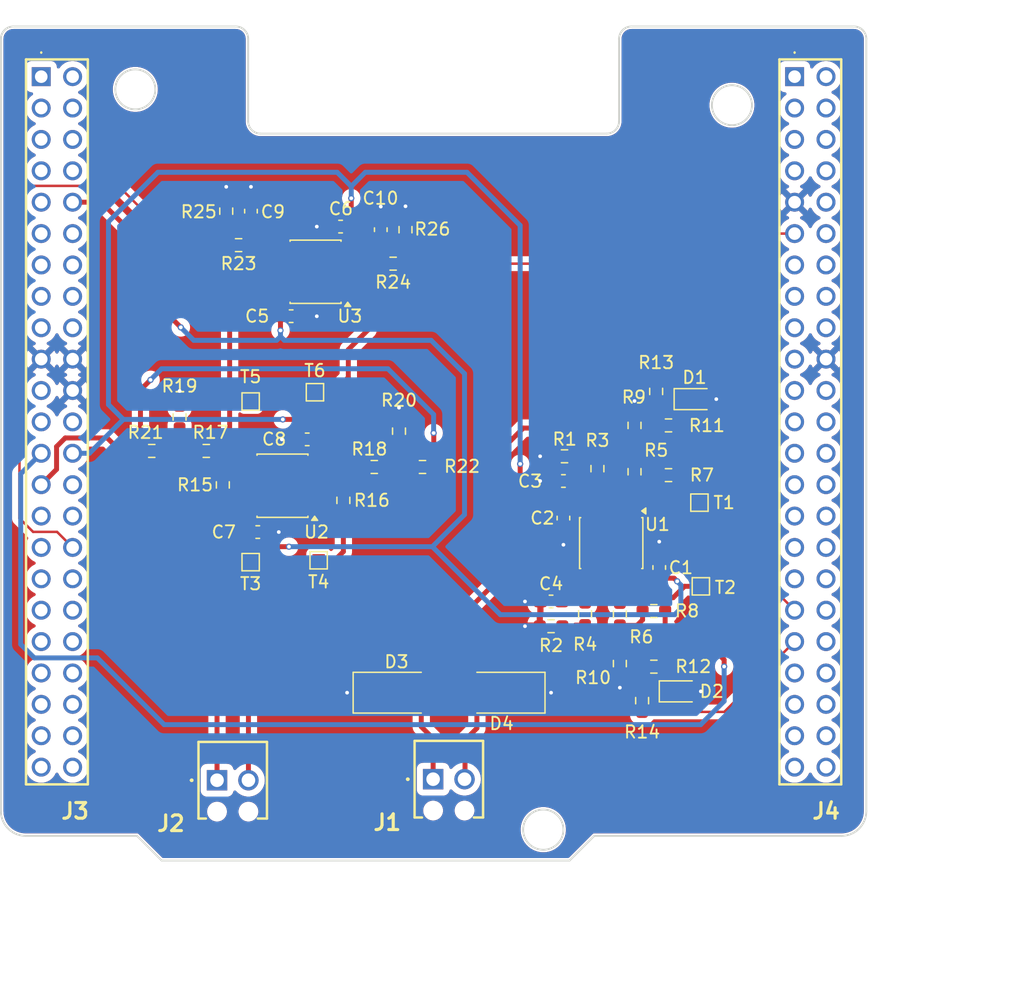
<source format=kicad_pcb>
(kicad_pcb (version 20241229) (generator "pcbnew") (generator_version "9.0")
  (title_block (rev "${REVISION}") (company "Author:") (comment 1 "Reviewer:"))
  (layers (0 "F.Cu" signal) (4 "In1.Cu" signal) (6 "In2.Cu" signal) (2 "B.Cu" signal) (13 "F.Paste" user) (15 "B.Paste" user) (5 "F.SilkS" user "F.Silkscreen") (7 "B.SilkS" user "B.Silkscreen") (1 "F.Mask" user) (3 "B.Mask" user) (25 "Edge.Cuts" user))
  (property "REVISION" "1.0")
  (net 0 "")
  (net 31 "+15V")
  (net 32 "GND")
  (net 33 "-15V")
  (net 34 "/analog_input/OP_AI0_IN")
  (net 35 "/analog_input/OP_AI1_IN")
  (net 36 "/analog_output/OP_AO0_IN")
  (net 37 "/analog_output/OP_AO1_IN")
  (net 38 "/analog_input/AI0_R1k")
  (net 39 "/analog_input/AI1_R1k")
  (net 40 "ANALOG_IN0")
  (net 41 "ANALOG_IN1")
  (net 42 "ANALOG_OUT0")
  (net 43 "ANALOG_OUT1")
  (net 44 "/analog_input/OP_AI0_OUT")
  (net 45 "/analog_input/OP_AI1_OUT")
  (net 46 "+3V3")
  (net 49 "/analog_output/OP_AO0-")
  (net 50 "/analog_output/OP_AO1-")
  (net 51 "/analog_output/OP_AO_Rs")
  (net 52 "/analog_output/OP_A1_Rs")
  (net 53 "+5V")
  (net 56 "/analog_output/OP_AO0_OUT")
  (net 57 "/analog_output/OP_AO1_OUT")
  (net 65 "AO_0")
  (net 68 "AO_1")
  (net 82 "AI_1")
  (net 88 "AI_0")
  (footprint "Resistor_SMD:R_0603_1608Metric_Pad0.98x0.95mm_HandSolder" (layer "F.Cu") (at 167.865 103.05875 -90)
    (property "Reference" "R14")
    (property "Value" "1k")
  )
  (footprint "Resistor_SMD:R_0603_1608Metric_Pad0.98x0.95mm_HandSolder" (layer "F.Cu") (at 134.225 63.445 -90)
    (property "Reference" "R25")
    (property "Value" "100k")
  )
  (footprint "Package_SO:SOIC-8_3.9x4.9mm_P1.27mm" (layer "F.Cu") (at 141.45 68.35 180)
    (property "Reference" "U3")
    (property "Value" "LM358")
  )
  (footprint "Resistor_SMD:R_0603_1608Metric_Pad0.98x0.95mm_HandSolder" (layer "F.Cu") (at 128.2 82.85 180)
    (property "Reference" "R21")
    (property "Value" "15k4")
  )
  (footprint "TestPoint:TestPoint_Pad_1.0x1.0mm" (layer "F.Cu") (at 141.7 91.7 180)
    (property "Reference" "T4")
    (property "Value" "AO1_OUT")
  )
  (footprint "Package_SO:SOIC-8_3.9x4.9mm_P1.27mm" (layer "F.Cu") (at 165.365 90.30875 -90)
    (property "Reference" "U1")
    (property "Value" "LM358")
  )
  (footprint "Capacitor_SMD:C_0603_1608Metric_Pad1.08x0.95mm_HandSolder" (layer "F.Cu") (at 143.475 64.695 180)
    (property "Reference" "C6")
    (property "Value" "100n")
  )
  (footprint "Capacitor_SMD:C_0603_1608Metric_Pad1.08x0.95mm_HandSolder" (layer "F.Cu") (at 140.775 81.915 180)
    (property "Reference" "C8")
    (property "Value" "100n")
  )
  (footprint "Resistor_SMD:R_0603_1608Metric_Pad0.98x0.95mm_HandSolder" (layer "F.Cu") (at 167.25 84.53375 90)
    (property "Reference" "R5")
    (property "Value" "20k3")
  )
  (footprint "Diode_SMD:D_SMA" (layer "F.Cu") (at 156.5 102.415 180)
    (property "Reference" "D4")
    (property "Value" "SMAJ15CA")
  )
  (footprint "TestPoint:TestPoint_Pad_1.0x1.0mm" (layer "F.Cu") (at 136.2 78.85 180)
    (property "Reference" "T5")
    (property "Value" "AO0_BUFF")
  )
  (footprint "Resistor_SMD:R_0603_1608Metric_Pad0.98x0.95mm_HandSolder" (layer "F.Cu") (at 170 84.80875)
    (property "Reference" "R7")
    (property "Value" "20k3")
  )
  (footprint "Resistor_SMD:R_0603_1608Metric_Pad0.98x0.95mm_HandSolder" (layer "F.Cu") (at 166.065 96.05875 -90)
    (property "Reference" "R6")
    (property "Value" "20k3")
  )
  (footprint "Diode_SMD:D_SOD-323" (layer "F.Cu") (at 170.865 102.30875)
    (property "Reference" "D2")
    (property "Value" "BZX384C3V6")
  )
  (footprint "Resistor_SMD:R_0603_1608Metric_Pad0.98x0.95mm_HandSolder" (layer "F.Cu") (at 168.815 100.30875)
    (property "Reference" "R12")
    (property "Value" "10k")
  )
  (footprint "TestPoint:TestPoint_Pad_1.0x1.0mm" (layer "F.Cu") (at 172.615 93.80875 -90)
    (property "Reference" "T2")
    (property "Value" "AI1")
  )
  (footprint "Resistor_SMD:R_0603_1608Metric_Pad0.98x0.95mm_HandSolder" (layer "F.Cu") (at 143.7 86.85 90)
    (property "Reference" "R16")
    (property "Value" "33k")
  )
  (footprint "Resistor_SMD:R_0603_1608Metric_Pad0.98x0.95mm_HandSolder" (layer "F.Cu") (at 147.725 67.695 180)
    (property "Reference" "R24")
    (property "Value" "1k")
  )
  (footprint "Resistor_SMD:R_0603_1608Metric_Pad0.98x0.95mm_HandSolder" (layer "F.Cu") (at 170 80.78375)
    (property "Reference" "R11")
    (property "Value" "10k")
  )
  (footprint "Resistor_SMD:R_0603_1608Metric_Pad0.98x0.95mm_HandSolder" (layer "F.Cu") (at 161.5875 83.28375)
    (property "Reference" "R1")
    (property "Value" "100k")
  )
  (footprint "Diode_SMD:D_SMA" (layer "F.Cu") (at 148 102.415)
    (property "Reference" "D3")
    (property "Value" "SMAJ15CA")
  )
  (footprint "Capacitor_SMD:C_0603_1608Metric_Pad1.08x0.95mm_HandSolder" (layer "F.Cu") (at 146.725 64.945 90)
    (property "Reference" "C10")
    (property "Value" "100n")
  )
  (footprint "Capacitor_SMD:C_0603_1608Metric_Pad1.08x0.95mm_HandSolder" (layer "F.Cu") (at 161.5 85.28375 180)
    (property "Reference" "C3")
    (property "Value" "100n")
  )
  (footprint "Capacitor_SMD:C_0603_1608Metric_Pad1.08x0.95mm_HandSolder" (layer "F.Cu") (at 136.775 89.415)
    (property "Reference" "C7")
    (property "Value" "100n")
  )
  (footprint "Resistor_SMD:R_0603_1608Metric_Pad0.98x0.95mm_HandSolder" (layer "F.Cu") (at 164.25 84.28375 -90)
    (property "Reference" "R3")
    (property "Value" "1k")
  )
  (footprint "PLC_STM:PRT12790" (layer "F.Cu") (at 180.2 52.56 -90)
    (property "Reference" "J4")
    (property "Value" "NUCLEO RIGHT" (hide yes))
  )
  (footprint "Diode_SMD:D_SOD-323" (layer "F.Cu") (at 172.065 78.65875)
    (property "Reference" "D1")
    (property "Value" "BZX384C3V6")
  )
  (footprint "Resistor_SMD:R_0603_1608Metric_Pad0.98x0.95mm_HandSolder" (layer "F.Cu") (at 167.25 80.78375 -90)
    (property "Reference" "R9")
    (property "Value" "10k")
  )
  (footprint "Resistor_SMD:R_0603_1608Metric_Pad0.98x0.95mm_HandSolder" (layer "F.Cu") (at 135.225 66.195)
    (property "Reference" "R23")
    (property "Value" "1k")
  )
  (footprint "Capacitor_SMD:C_0603_1608Metric_Pad1.08x0.95mm_HandSolder" (layer "F.Cu") (at 160.5 95.03375 180)
    (property "Reference" "C4")
    (property "Value" "100n")
  )
  (footprint "Package_SO:SOIC-8_3.9x4.9mm_P1.27mm" (layer "F.Cu") (at 138.775 85.665 180)
    (property "Reference" "U2")
    (property "Value" "LM358")
  )
  (footprint "Resistor_SMD:R_0603_1608Metric_Pad0.98x0.95mm_HandSolder" (layer "F.Cu") (at 168.815 95.80875)
    (property "Reference" "R8")
    (property "Value" "20k3")
  )
  (footprint "Resistor_SMD:R_0603_1608Metric_Pad0.98x0.95mm_HandSolder" (layer "F.Cu") (at 163.25 96.03375 90)
    (property "Reference" "R4")
    (property "Value" "1k")
  )
  (footprint "PLC_STM:PRT12790" (layer "F.Cu") (at 119.26 52.56 -90)
    (property "Reference" "J3")
    (property "Value" "NUCLEO LEFT" (hide yes))
  )
  (footprint "Resistor_SMD:R_0603_1608Metric_Pad0.98x0.95mm_HandSolder" (layer "F.Cu") (at 148.725 64.945 -90)
    (property "Reference" "R26")
    (property "Value" "100k")
  )
  (footprint "TestPoint:TestPoint_Pad_1.0x1.0mm" (layer "F.Cu") (at 141.4 78.1 180)
    (property "Reference" "T6")
    (property "Value" "AO1_BUFF")
  )
  (footprint "PLC_STM:1725656" (layer "F.Cu") (at 133.48 109.5)
    (property "Reference" "J2")
    (property "Value" "ANALOG OUTPUTS" (hide yes))
  )
  (footprint "Capacitor_SMD:C_0603_1608Metric_Pad1.08x0.95mm_HandSolder" (layer "F.Cu") (at 161.5 88.28375 -90)
    (property "Reference" "C2")
    (property "Value" "100n")
  )
  (footprint "Resistor_SMD:R_0603_1608Metric_Pad0.98x0.95mm_HandSolder" (layer "F.Cu") (at 148.2 81.25 -90)
    (property "Reference" "R20")
    (property "Value" "10k")
  )
  (footprint "PLC_STM:1725656" (layer "F.Cu") (at 150.96 109.415)
    (property "Reference" "J1")
    (property "Value" "ANALOG INPUTS" (hide yes))
  )
  (footprint "Resistor_SMD:R_0603_1608Metric_Pad0.98x0.95mm_HandSolder" (layer "F.Cu") (at 132.6125 82.85 180)
    (property "Reference" "R17")
    (property "Value" "470R")
  )
  (footprint "TestPoint:TestPoint_Pad_1.0x1.0mm" (layer "F.Cu") (at 136.2 91.85 180)
    (property "Reference" "T3")
    (property "Value" "AO0_OUT")
  )
  (footprint "Capacitor_SMD:C_0603_1608Metric_Pad1.08x0.95mm_HandSolder" (layer "F.Cu") (at 136.225 63.445 90)
    (property "Reference" "C9")
    (property "Value" "100n")
  )
  (footprint "Resistor_SMD:R_0603_1608Metric_Pad0.98x0.95mm_HandSolder" (layer "F.Cu") (at 160.5 97.03375)
    (property "Reference" "R2")
    (property "Value" "100k")
  )
  (footprint "Capacitor_SMD:C_0603_1608Metric_Pad1.08x0.95mm_HandSolder" (layer "F.Cu") (at 139.475 71.945)
    (property "Reference" "C5")
    (property "Value" "100n")
  )
  (footprint "Resistor_SMD:R_0603_1608Metric_Pad0.98x0.95mm_HandSolder" (layer "F.Cu") (at 146.2 84.15)
    (property "Reference" "R18")
    (property "Value" "470R")
  )
  (footprint "Resistor_SMD:R_0603_1608Metric_Pad0.98x0.95mm_HandSolder" (layer "F.Cu") (at 130.45 80.1 -90)
    (property "Reference" "R19")
    (property "Value" "10k")
  )
  (footprint "Resistor_SMD:R_0603_1608Metric_Pad0.98x0.95mm_HandSolder" (layer "F.Cu") (at 133.95 85.6 90)
    (property "Reference" "R15")
    (property "Value" "33k")
  )
  (footprint "Resistor_SMD:R_0603_1608Metric_Pad0.98x0.95mm_HandSolder" (layer "F.Cu") (at 166.065 100.05875 90)
    (property "Reference" "R10")
    (property "Value" "10k")
  )
  (footprint "TestPoint:TestPoint_Pad_1.0x1.0mm" (layer "F.Cu") (at 172.5 87.03375 -90)
    (property "Reference" "T1")
    (property "Value" "AI0")
  )
  (footprint "Resistor_SMD:R_0603_1608Metric_Pad0.98x0.95mm_HandSolder" (layer "F.Cu") (at 169 78.03375 90)
    (property "Reference" "R13")
    (property "Value" "1k")
  )
  (footprint "Resistor_SMD:R_0603_1608Metric_Pad0.98x0.95mm_HandSolder" (layer "F.Cu") (at 150.1 84.15)
    (property "Reference" "R22")
    (property "Value" "15k4")
  )
  (footprint "Capacitor_SMD:C_0603_1608Metric_Pad1.08x0.95mm_HandSolder" (layer "F.Cu") (at 169.25 92.28375 90)
    (property "Reference" "C1")
    (property "Value" "100n")
  )
  (gr_circle (center 159.87 113.5) (end 161.5 113.5) (stroke (width 0.15)) (fill no) (layer "Edge.Cuts"))
  (gr_arc (start 166 49.5) (mid 166.292893 48.792893) (end 167 48.5) (stroke (width 0.15)) (layer "Edge.Cuts"))
  (gr_circle (center 126.87 53.59) (end 128.49 53.59) (stroke (width 0.15)) (fill no) (layer "Edge.Cuts"))
  (gr_line (start 116 112) (end 116 49.5) (stroke (width 0.15)) (layer "Edge.Cuts"))
  (gr_line (start 129 116) (end 162 116) (stroke (width 0.15)) (layer "Edge.Cuts"))
  (gr_line (start 127 114) (end 129 116) (stroke (width 0.15)) (layer "Edge.Cuts"))
  (gr_line (start 166 49.5) (end 166 56.17) (stroke (width 0.15)) (layer "Edge.Cuts"))
  (gr_line (start 164 114) (end 184 114) (stroke (width 0.15)) (layer "Edge.Cuts"))
  (gr_arc (start 135 48.5) (mid 135.707107 48.792893) (end 136 49.5) (stroke (width 0.15)) (layer "Edge.Cuts"))
  (gr_arc (start 118 114) (mid 116.585786 113.414214) (end 116 112) (stroke (width 0.15)) (layer "Edge.Cuts"))
  (gr_line (start 136 49.5) (end 136 56.17) (stroke (width 0.15)) (layer "Edge.Cuts"))
  (gr_line (start 186 112) (end 186 49.5) (stroke (width 0.15)) (layer "Edge.Cuts"))
  (gr_arc (start 185 48.5) (mid 185.707107 48.792893) (end 186 49.5) (stroke (width 0.15)) (layer "Edge.Cuts"))
  (gr_arc (start 166 56.17) (mid 165.707107 56.877107) (end 165 57.17) (stroke (width 0.15)) (layer "Edge.Cuts"))
  (gr_arc (start 186 112) (mid 185.414214 113.414214) (end 184 114) (stroke (width 0.15)) (layer "Edge.Cuts"))
  (gr_line (start 185 48.5) (end 167 48.5) (stroke (width 0.15)) (layer "Edge.Cuts"))
  (gr_line (start 117 48.5) (end 135 48.5) (stroke (width 0.15)) (layer "Edge.Cuts"))
  (gr_line (start 165 57.17) (end 137 57.17) (stroke (width 0.15)) (layer "Edge.Cuts"))
  (gr_line (start 118 114) (end 127 114) (stroke (width 0.15)) (layer "Edge.Cuts"))
  (gr_line (start 162 116) (end 164 114) (stroke (width 0.15)) (layer "Edge.Cuts"))
  (gr_circle (center 175.13 54.87) (end 176.75 54.87) (stroke (width 0.15)) (fill no) (layer "Edge.Cuts"))
  (gr_arc (start 116 49.5) (mid 116.292893 48.792893) (end 117 48.5) (stroke (width 0.15)) (layer "Edge.Cuts"))
  (gr_arc (start 137 57.17) (mid 136.292893 56.877107) (end 136 56.17) (stroke (width 0.15)) (layer "Edge.Cuts"))
  (segment (start 135.08 87.57) (end 134.7 87.95) (width 0.4) (layer "F.Cu") (net 31))
  (segment (start 170.7 93.4) (end 170.44625 93.14625) (width 0.4) (layer "F.Cu") (net 31))
  (segment (start 136.3 87.57) (end 135.08 87.57) (width 0.4) (layer "F.Cu") (net 31))
  (segment (start 167.27 92.78375) (end 167.27 93.83375) (width 0.4) (layer "F.Cu") (net 31))
  (segment (start 167.57 94.13375) (end 168.97 94.13375) (width 0.4) (layer "F.Cu") (net 31))
  (segment (start 137.45 70.55) (end 137.745 70.255) (width 0.4) (layer "F.Cu") (net 31))
  (segment (start 137.745 70.255) (end 138.975 70.255) (width 0.4) (layer "F.Cu") (net 31))
  (segment (start 129.1 71.4) (end 129.1 67.7) (width 0.4) (layer "F.Cu") (net 31))
  (segment (start 135.9125 90.3125) (end 135.9125 89.415) (width 0.4) (layer "F.Cu") (net 31))
  (segment (start 138.6125 73.1) (end 138.6125 71.945) (width 0.4) (layer "F.Cu") (net 31))
  (segment (start 130.55 72.85) (end 129.1 71.4) (width 0.4) (layer "F.Cu") (net 31))
  (segment (start 170.44625 93.14625) (end 169.25 93.14625) (width 0.4) (layer "F.Cu") (net 31))
  (segment (start 137.45 71.65) (end 137.45 70.55) (width 0.4) (layer "F.Cu") (net 31))
  (segment (start 138.6125 71.945) (end 137.745 71.945) (width 0.4) (layer "F.Cu") (net 31))
  (segment (start 139.3 90.6) (end 136.2 90.6) (width 0.4) (layer "F.Cu") (net 31))
  (segment (start 169.25 93.85375) (end 169.25 93.14625) (width 0.4) (layer "F.Cu") (net 31))
  (segment (start 167.27 93.83375) (end 167.57 94.13375) (width 0.4) (layer "F.Cu") (net 31))
  (segment (start 134.7 87.95) (end 134.7 88.95) (width 0.4) (layer "F.Cu") (net 31))
  (segment (start 135.165 89.415) (end 135.9125 89.415) (width 0.4) (layer "F.Cu") (net 31))
  (segment (start 168.97 94.13375) (end 169.25 93.85375) (width 0.4) (layer "F.Cu") (net 31))
  (segment (start 134.7 88.95) (end 135.165 89.415) (width 0.4) (layer "F.Cu") (net 31))
  (segment (start 137.745 71.945) (end 137.45 71.65) (width 0.4) (layer "F.Cu") (net 31))
  (segment (start 124.12 62.72) (end 121.8 62.72) (width 0.4) (layer "F.Cu") (net 31))
  (segment (start 129.1 67.7) (end 124.12 62.72) (width 0.4) (layer "F.Cu") (net 31))
  (segment (start 136.2 90.6) (end 135.9125 90.3125) (width 0.4) (layer "F.Cu") (net 31))
  (via (at 130.55 72.85) (size 0.5) (drill 0.3) (layers "F.Cu" "B.Cu") (net 31))
  (via (at 138.6125 73.1) (size 0.5) (drill 0.3) (layers "F.Cu" "B.Cu") (net 31))
  (via (at 139.3 90.6) (size 0.5) (drill 0.3) (layers "F.Cu" "B.Cu") (net 31))
  (via (at 170.7 93.4) (size 0.5) (drill 0.3) (layers "F.Cu" "B.Cu") (net 31))
  (segment (start 150.8 73.9) (end 138.925 73.9) (width 0.4) (layer "B.Cu") (net 31))
  (segment (start 171 93.7) (end 171 95.6) (width 0.4) (layer "B.Cu") (net 31))
  (segment (start 138.3 73.9) (end 138.6125 73.5875) (width 0.4) (layer "B.Cu") (net 31))
  (segment (start 153.5 88) (end 153.5 76.6) (width 0.4) (layer "B.Cu") (net 31))
  (segment (start 150.9 90.6) (end 139.3 90.6) (width 0.4) (layer "B.Cu") (net 31))
  (segment (start 150.9 90.6) (end 153.5 88) (width 0.4) (layer "B.Cu") (net 31))
  (segment (start 171 95.6) (end 170.5 96.1) (width 0.4) (layer "B.Cu") (net 31))
  (segment (start 153.5 76.6) (end 150.8 73.9) (width 0.4) (layer "B.Cu") (net 31))
  (segment (start 138.6125 73.1) (end 138.6125 73.5875) (width 0.4) (layer "B.Cu") (net 31))
  (segment (start 131.6 73.9) (end 138.3 73.9) (width 0.4) (layer "B.Cu") (net 31))
  (segment (start 170.5 96.1) (end 156.4 96.1) (width 0.4) (layer "B.Cu") (net 31))
  (segment (start 130.55 72.85) (end 131.6 73.9) (width 0.4) (layer "B.Cu") (net 31))
  (segment (start 170.7 93.4) (end 171 93.7) (width 0.4) (layer "B.Cu") (net 31))
  (segment (start 138.925 73.9) (end 138.6125 73.5875) (width 0.4) (layer "B.Cu") (net 31))
  (segment (start 156.4 96.1) (end 150.9 90.6) (width 0.4) (layer "B.Cu") (net 31))
  (segment (start 159.615 83.28375) (end 160.675 83.28375) (width 0.6) (layer "F.Cu") (net 32))
  (segment (start 158.39 95.03375) (end 159.6375 95.03375) (width 0.6) (layer "F.Cu") (net 32))
  (segment (start 148.725 63.05) (end 148.725 64.0325) (width 0.6) (layer "F.Cu") (net 32))
  (segment (start 167.25 78.80875) (end 167.25 79.87125) (width 0.6) (layer "F.Cu") (net 32))
  (segment (start 148.2 79.35) (end 148.2 80.3375) (width 0.6) (layer "F.Cu") (net 32))
  (segment (start 161.5 90.44375) (end 161.5 89.14625) (width 0.6) (layer "F.Cu") (net 32))
  (segment (start 141.55 64.695) (end 142.6125 64.695) (width 0.6) (layer "F.Cu") (net 32))
  (segment (start 136.225 61.475) (end 136.225 62.5825) (width 0.6) (layer "F.Cu") (net 32))
  (segment (start 140.3375 71.945) (end 141.545 71.945) (width 0.6) (layer "F.Cu") (net 32))
  (segment (start 171.915 102.30875) (end 172.615 102.30875) (width 0.4) (layer "F.Cu") (net 32))
  (segment (start 146 102.415) (end 144 102.415) (width 0.8) (layer "F.Cu") (net 32))
  (segment (start 138.475 89.415) (end 137.6375 89.415) (width 0.6) (layer "F.Cu") (net 32))
  (segment (start 141.545 71.945) (end 141.55 71.95) (width 0.6) (layer "F.Cu") (net 32))
  (segment (start 166.065 102.00875) (end 166.065 100.97125) (width 0.6) (layer "F.Cu") (net 32))
  (segment (start 158.5 102.415) (end 160.5 102.415) (width 0.8) (layer "F.Cu") (net 32))
  (segment (start 138.725 81.915) (end 139.9125 81.915) (width 0.6) (layer "F.Cu") (net 32))
  (segment (start 146.725 63.075) (end 146.725 64.0825) (width 0.6) (layer "F.Cu") (net 32))
  (segment (start 159.615 85.28375) (end 160.6375 85.28375) (width 0.6) (layer "F.Cu") (net 32))
  (segment (start 173.865 78.65875) (end 173.115 78.65875) (width 0.4) (layer "F.Cu") (net 32))
  (segment (start 158.39 97.03375) (end 159.5875 97.03375) (width 0.6) (layer "F.Cu") (net 32))
  (segment (start 130.45 78) (end 130.45 79.1875) (width 0.6) (layer "F.Cu") (net 32))
  (segment (start 169.25 90.19375) (end 169.25 91.42125) (width 0.6) (layer "F.Cu") (net 32))
  (segment (start 134.225 61.475) (end 134.225 62.5325) (width 0.6) (layer "F.Cu") (net 32))
  (via (at 159.615 83.28375) (size 0.5) (drill 0.3) (layers "F.Cu" "B.Cu") (net 32))
  (via (at 161.5 90.44375) (size 0.5) (drill 0.3) (layers "F.Cu" "B.Cu") (net 32))
  (via (at 158.39 97.03375) (size 0.5) (drill 0.3) (layers "F.Cu" "B.Cu") (net 32))
  (via (at 148.2 79.35) (size 0.5) (drill 0.3) (layers "F.Cu" "B.Cu") (net 32))
  (via (at 158.39 95.03375) (size 0.5) (drill 0.3) (layers "F.Cu" "B.Cu") (net 32))
  (via (at 141.55 64.695) (size 0.5) (drill 0.3) (layers "F.Cu" "B.Cu") (net 32))
  (via (at 146.725 63.075) (size 0.5) (drill 0.3) (layers "F.Cu" "B.Cu") (net 32))
  (via (at 136.225 61.475) (size 0.5) (drill 0.3) (layers "F.Cu" "B.Cu") (net 32))
  (via (at 173.865 78.65875) (size 0.5) (drill 0.3) (layers "F.Cu" "B.Cu") (net 32))
  (via (at 138.725 81.915) (size 0.5) (drill 0.3) (layers "F.Cu" "B.Cu") (net 32))
  (via (at 141.55 71.95) (size 0.5) (drill 0.3) (layers "F.Cu" "B.Cu") (net 32))
  (via (at 134.225 61.475) (size 0.5) (drill 0.3) (layers "F.Cu" "B.Cu") (net 32))
  (via (at 167.25 78.80875) (size 0.5) (drill 0.3) (layers "F.Cu" "B.Cu") (net 32))
  (via (at 166.065 102.00875) (size 0.5) (drill 0.3) (layers "F.Cu" "B.Cu") (net 32))
  (via (at 138.475 89.415) (size 0.5) (drill 0.3) (layers "F.Cu" "B.Cu") (net 32))
  (via (at 159.615 85.28375) (size 0.5) (drill 0.3) (layers "F.Cu" "B.Cu") (net 32))
  (via (at 144 102.415) (size 0.5) (drill 0.3) (layers "F.Cu" "B.Cu") (net 32))
  (via (at 148.725 63.05) (size 0.5) (drill 0.3) (layers "F.Cu" "B.Cu") (net 32))
  (via (at 172.615 102.30875) (size 0.5) (drill 0.3) (layers "F.Cu" "B.Cu") (net 32))
  (via (at 169.25 90.19375) (size 0.5) (drill 0.3) (layers "F.Cu" "B.Cu") (net 32))
  (via (at 160.5 102.415) (size 0.5) (drill 0.3) (layers "F.Cu" "B.Cu") (net 32))
  (via (at 130.45 78) (size 0.5) (drill 0.3) (layers "F.Cu" "B.Cu") (net 32))
  (segment (start 145.095 64.695) (end 145.45 65.05) (width 0.4) (layer "F.Cu") (net 33))
  (segment (start 161.5 86.70375) (end 161.5 87.42125) (width 0.4) (layer "F.Cu") (net 33))
  (segment (start 145.45 66.05) (end 145.055 66.445) (width 0.4) (layer "F.Cu") (net 33))
  (segment (start 158.5 86.3) (end 158 85.8) (width 0.4) (layer "F.Cu") (net 33))
  (segment (start 145.45 65.05) (end 145.45 66.05) (width 0.4) (layer "F.Cu") (net 33))
  (segment (start 163.46 87.83375) (end 163.46 86.62375) (width 0.4) (layer "F.Cu") (net 33))
  (segment (start 159.62125 87.42125) (end 158.5 86.3) (width 0.4) (layer "F.Cu") (net 33))
  (segment (start 163.17 86.33375) (end 161.87 86.33375) (width 0.4) (layer "F.Cu") (net 33))
  (segment (start 141.6375 80.8375) (end 141.6375 81.915) (width 0.4) (layer "F.Cu") (net 33))
  (segment (start 142.49 83.76) (end 142.8 83.45) (width 0.4) (layer "F.Cu") (net 33))
  (segment (start 141.1 80.3) (end 141.6375 80.8375) (width 0.4) (layer "F.Cu") (net 33))
  (segment (start 142.8 82.15) (end 142.565 81.915) (width 0.4) (layer "F.Cu") (net 33))
  (segment (start 144.3375 62.4) (end 144.3375 64.695) (width 0.4) (layer "F.Cu") (net 33))
  (segment (start 144.3375 64.695) (end 145.095 64.695) (width 0.4) (layer "F.Cu") (net 33))
  (segment (start 138.8 80.3) (end 141.1 80.3) (width 0.4) (layer "F.Cu") (net 33))
  (segment (start 161.5 87.42125) (end 159.62125 87.42125) (width 0.4) (layer "F.Cu") (net 33))
  (segment (start 145.055 66.445) (end 143.925 66.445) (width 0.4) (layer "F.Cu") (net 33))
  (segment (start 161.87 86.33375) (end 161.5 86.70375) (width 0.4) (layer "F.Cu") (net 33))
  (segment (start 142.8 83.45) (end 142.8 82.15) (width 0.4) (layer "F.Cu") (net 33))
  (segment (start 158 85.8) (end 158 83.9) (width 0.4) (layer "F.Cu") (net 33))
  (segment (start 163.46 86.62375) (end 163.17 86.33375) (width 0.4) (layer "F.Cu") (net 33))
  (segment (start 141.25 83.76) (end 142.49 83.76) (width 0.4) (layer "F.Cu") (net 33))
  (segment (start 142.565 81.915) (end 141.6375 81.915) (width 0.4) (layer "F.Cu") (net 33))
  (via (at 138.8 80.3) (size 0.5) (drill 0.3) (layers "F.Cu" "B.Cu") (net 33))
  (via (at 158 83.9) (size 0.5) (drill 0.3) (layers "F.Cu" "B.Cu") (net 33))
  (via (at 144.3375 62.4) (size 0.5) (drill 0.3) (layers "F.Cu" "B.Cu") (net 33))
  (segment (start 153.7 60.3) (end 145.475 60.3) (width 0.4) (layer "B.Cu") (net 33))
  (segment (start 121.8 83.04) (end 123.16 83.04) (width 0.4) (layer "B.Cu") (net 33))
  (segment (start 144.3375 62.4) (end 144.3375 61.4375) (width 0.4) (layer "B.Cu") (net 33))
  (segment (start 124.7 79.1) (end 125.9 80.3) (width 0.4) (layer "B.Cu") (net 33))
  (segment (start 158 83.9) (end 158 64.6) (width 0.4) (layer "B.Cu") (net 33))
  (segment (start 125.9 80.3) (end 138.8 80.3) (width 0.4) (layer "B.Cu") (net 33))
  (segment (start 145.475 60.3) (end 144.3375 61.4375) (width 0.4) (layer "B.Cu") (net 33))
  (segment (start 125.4 80.8) (end 125.9 80.3) (width 0.4) (layer "B.Cu") (net 33))
  (segment (start 144.3375 61.4375) (end 143.2 60.3) (width 0.4) (layer "B.Cu") (net 33))
  (segment (start 123.16 83.04) (end 125.4 80.8) (width 0.4) (layer "B.Cu") (net 33))
  (segment (start 124.7 64.3) (end 124.7 79.1) (width 0.4) (layer "B.Cu") (net 33))
  (segment (start 158 64.6) (end 153.7 60.3) (width 0.4) (layer "B.Cu") (net 33))
  (segment (start 143.2 60.3) (end 128.7 60.3) (width 0.4) (layer "B.Cu") (net 33))
  (segment (start 128.7 60.3) (end 124.7 64.3) (width 0.4) (layer "B.Cu") (net 33))
  (segment (start 164.25 85.19625) (end 164.25 85.94375) (width 0.4) (layer "F.Cu") (net 34))
  (segment (start 164.25 85.19625) (end 163.4275 85.19625) (width 0.4) (layer "F.Cu") (net 34))
  (segment (start 163.34 85.28375) (end 162.3625 85.28375) (width 0.4) (layer "F.Cu") (net 34))
  (segment (start 164.73 86.42375) (end 164.73 87.83375) (width 0.4) (layer "F.Cu") (net 34))
  (segment (start 163.4275 85.19625) (end 163.34 85.28375) (width 0.4) (layer "F.Cu") (net 34))
  (segment (start 164.25 85.94375) (end 164.73 86.42375) (width 0.4) (layer "F.Cu") (net 34))
  (segment (start 162.4275 95.12125) (end 162.34 95.03375) (width 0.4) (layer "F.Cu") (net 35))
  (segment (start 163.25 95.12125) (end 163.25 94.37375) (width 0.4) (layer "F.Cu") (net 35))
  (segment (start 163.25 94.37375) (end 163.46 94.16375) (width 0.4) (layer "F.Cu") (net 35))
  (segment (start 163.46 94.16375) (end 163.46 92.78375) (width 0.4) (layer "F.Cu") (net 35))
  (segment (start 163.25 95.12125) (end 162.4275 95.12125) (width 0.4) (layer "F.Cu") (net 35))
  (segment (start 162.34 95.03375) (end 161.3625 95.03375) (width 0.4) (layer "F.Cu") (net 35))
  (segment (start 138.975 66.445) (end 137.545 66.445) (width 0.4) (layer "F.Cu") (net 36))
  (segment (start 137.295 66.195) (end 136.1375 66.195) (width 0.4) (layer "F.Cu") (net 36))
  (segment (start 136.225 64.3075) (end 136.225 65.175) (width 0.4) (layer "F.Cu") (net 36))
  (segment (start 136.1375 65.2625) (end 136.1375 66.195) (width 0.4) (layer "F.Cu") (net 36))
  (segment (start 136.225 65.175) (end 136.1375 65.2625) (width 0.4) (layer "F.Cu") (net 36))
  (segment (start 137.545 66.445) (end 137.295 66.195) (width 0.4) (layer "F.Cu") (net 36))
  (segment (start 146.7925 67.715) (end 146.8125 67.695) (width 0.4) (layer "F.Cu") (net 37))
  (segment (start 143.925 67.715) (end 146.7925 67.715) (width 0.4) (layer "F.Cu") (net 37))
  (segment (start 146.725 66.625) (end 146.8125 66.7125) (width 0.4) (layer "F.Cu") (net 37))
  (segment (start 146.725 65.8075) (end 146.725 66.625) (width 0.4) (layer "F.Cu") (net 37))
  (segment (start 146.8125 66.7125) (end 146.8125 67.695) (width 0.4) (layer "F.Cu") (net 37))
  (segment (start 167.25 83.62125) (end 167.25 81.69625) (width 0.4) (layer "F.Cu") (net 38))
  (segment (start 169.0875 81.43625) (end 169.0875 80.78375) (width 0.4) (layer "F.Cu") (net 38))
  (segment (start 168.7275 83.62125) (end 169.0875 83.98125) (width 0.4) (layer "F.Cu") (net 38))
  (segment (start 167.25 81.69625) (end 168.8275 81.69625) (width 0.4) (layer "F.Cu") (net 38))
  (segment (start 169 78.94625) (end 169.7775 78.94625) (width 0.4) (layer "F.Cu") (net 38))
  (segment (start 169.0875 83.98125) (end 169.0875 84.80875) (width 0.4) (layer "F.Cu") (net 38))
  (segment (start 167.25 83.62125) (end 168.7275 83.62125) (width 0.4) (layer "F.Cu") (net 38))
  (segment (start 169.0875 79.88125) (end 169.0875 80.78375) (width 0.4) (layer "F.Cu") (net 38))
  (segment (start 169 78.94625) (end 169 79.79375) (width 0.4) (layer "F.Cu") (net 38))
  (segment (start 169 79.79375) (end 169.0875 79.88125) (width 0.4) (layer "F.Cu") (net 38))
  (segment (start 169.7775 78.94625) (end 170.065 78.65875) (width 0.4) (layer "F.Cu") (net 38))
  (segment (start 170.065 78.65875) (end 171.015 78.65875) (width 0.4) (layer "F.Cu") (net 38))
  (segment (start 168.8275 81.69625) (end 169.0875 81.43625) (width 0.4) (layer "F.Cu") (net 38))
  (segment (start 167.9025 100.30875) (end 167.9025 102.10875) (width 0.4) (layer "F.Cu") (net 39))
  (segment (start 168.7025 102.14625) (end 167.865 102.14625) (width 0.4) (layer "F.Cu") (net 39))
  (segment (start 169.815 102.30875) (end 168.865 102.30875) (width 0.4) (layer "F.Cu") (net 39))
  (segment (start 167.4525 96.97125) (end 167.9025 96.52125) (width 0.4) (layer "F.Cu") (net 39))
  (segment (start 167.9025 100.30875) (end 167.9025 99.49625) (width 0.4) (layer "F.Cu") (net 39))
  (segment (start 167.5525 99.14625) (end 167.9025 99.49625) (width 0.4) (layer "F.Cu") (net 39))
  (segment (start 166.065 96.97125) (end 167.4525 96.97125) (width 0.4) (layer "F.Cu") (net 39))
  (segment (start 168.865 102.30875) (end 168.7025 102.14625) (width 0.4) (layer "F.Cu") (net 39))
  (segment (start 166.065 99.14625) (end 167.5525 99.14625) (width 0.4) (layer "F.Cu") (net 39))
  (segment (start 166.065 96.97125) (end 166.065 99.14625) (width 0.4) (layer "F.Cu") (net 39))
  (segment (start 167.9025 102.10875) (end 167.865 102.14625) (width 0.4) (layer "F.Cu") (net 39))
  (segment (start 167.9025 96.52125) (end 167.9025 95.80875) (width 0.4) (layer "F.Cu") (net 39))
  (segment (start 163.3775 83.37125) (end 164.25 83.37125) (width 0.4) (layer "F.Cu") (net 40))
  (segment (start 155.7 93.8) (end 150 99.5) (width 0.4) (layer "F.Cu") (net 40))
  (segment (start 162.5 82.25) (end 161.25 81) (width 0.4) (layer "F.Cu") (net 40))
  (segment (start 162.5 83.28375) (end 163.29 83.28375) (width 0.4) (layer "F.Cu") (net 40))
  (segment (start 162.5 83.28375) (end 162.5 82.25) (width 0.4) (layer "F.Cu") (net 40))
  (segment (start 161.25 81) (end 158.25 81) (width 0.4) (layer "F.Cu") (net 40))
  (segment (start 150 99.5) (end 150 102.415) (width 0.4) (layer "F.Cu") (net 40))
  (segment (start 155.7 83.55) (end 155.7 93.8) (width 0.4) (layer "F.Cu") (net 40))
  (segment (start 158.25 81) (end 155.7 83.55) (width 0.4) (layer "F.Cu") (net 40))
  (segment (start 163.29 83.28375) (end 163.3775 83.37125) (width 0.4) (layer "F.Cu") (net 40))
  (segment (start 150.96 109.415) (end 150.96 106.125) (width 0.4) (layer "F.Cu") (net 40))
  (segment (start 150 105.165) (end 150 102.415) (width 0.4) (layer "F.Cu") (net 40))
  (segment (start 150.96 106.125) (end 150 105.165) (width 0.4) (layer "F.Cu") (net 40))
  (segment (start 161.4125 98.0875) (end 160 99.5) (width 0.4) (layer "F.Cu") (net 41))
  (segment (start 154.5 101.25) (end 154.5 102.415) (width 0.4) (layer "F.Cu") (net 41))
  (segment (start 153.54 106.25) (end 154.5 105.29) (width 0.4) (layer "F.Cu") (net 41))
  (segment (start 156.25 99.5) (end 154.5 101.25) (width 0.4) (layer "F.Cu") (net 41))
  (segment (start 163.25 96.94625) (end 162.4775 96.94625) (width 0.4) (layer "F.Cu") (net 41))
  (segment (start 153.54 109.54) (end 153.54 106.25) (width 0.4) (layer "F.Cu") (net 41))
  (segment (start 154.5 105.29) (end 154.5 102.54) (width 0.4) (layer "F.Cu") (net 41))
  (segment (start 161.4125 97.03375) (end 162.39 97.03375) (width 0.4) (layer "F.Cu") (net 41))
  (segment (start 161.4125 97.03375) (end 161.4125 98.0875) (width 0.4) (layer "F.Cu") (net 41))
  (segment (start 160 99.5) (end 156.25 99.5) (width 0.4) (layer "F.Cu") (net 41))
  (segment (start 162.39 97.03375) (end 162.4775 96.94625) (width 0.4) (layer "F.Cu") (net 41))
  (segment (start 133.48 109.5) (end 133.48 93.32) (width 0.4) (layer "F.Cu") (net 42))
  (segment (start 134.95 91.85) (end 133.9 92.9) (width 0.4) (layer "F.Cu") (net 42))
  (segment (start 134.95 86.3) (end 134.7375 86.5125) (width 0.4) (layer "F.Cu") (net 42))
  (segment (start 134.95 91.85) (end 133.95 90.85) (width 0.4) (layer "F.Cu") (net 42))
  (segment (start 133.95 90.85) (end 133.95 86.5125) (width 0.4) (layer "F.Cu") (net 42))
  (segment (start 134.95 91.85) (end 136.2 91.85) (width 0.4) (layer "F.Cu") (net 42))
  (segment (start 134.7375 86.5125) (end 133.95 86.5125) (width 0.4) (layer "F.Cu") (net 42))
  (segment (start 136.3 86.3) (end 134.95 86.3) (width 0.4) (layer "F.Cu") (net 42))
  (segment (start 133.48 93.32) (end 133.9 92.9) (width 0.4) (layer "F.Cu") (net 42))
  (segment (start 143.7 92.4) (end 143.7 95.5) (width 0.4) (layer "F.Cu") (net 43))
  (segment (start 141.25 87.57) (end 142.52 87.57) (width 0.4) (layer "F.Cu") (net 43))
  (segment (start 143.7 91) (end 143.7 87.7625) (width 0.4) (layer "F.Cu") (net 43))
  (segment (start 142.7125 87.7625) (end 143.7 87.7625) (width 0.4) (layer "F.Cu") (net 43))
  (segment (start 141.7 91.7) (end 143 91.7) (width 0.4) (layer "F.Cu") (net 43))
  (segment (start 143.7 95.5) (end 136.02 103.18) (width 0.4) (layer "F.Cu") (net 43))
  (segment (start 143 91.7) (end 143.7 91) (width 0.4) (layer "F.Cu") (net 43))
  (segment (start 142.52 87.57) (end 142.7125 87.7625) (width 0.4) (layer "F.Cu") (net 43))
  (segment (start 136.02 103.18) (end 136.02 109.5) (width 0.4) (layer "F.Cu") (net 43))
  (segment (start 143 91.7) (end 143.7 92.4) (width 0.4) (layer "F.Cu") (net 43))
  (segment (start 167.25 85.44625) (end 167.9825 85.44625) (width 0.4) (layer "F.Cu") (net 44))
  (segment (start 167.25 86.17375) (end 167.25 85.44625) (width 0.4) (layer "F.Cu") (net 44))
  (segment (start 166 86.82375) (end 166.365 86.45875) (width 0.4) (layer "F.Cu") (net 44))
  (segment (start 167.27 86.76375) (end 167.27 87.83375) (width 0.4) (layer "F.Cu") (net 44))
  (segment (start 166.965 86.45875) (end 167.25 86.17375) (width 0.4) (layer "F.Cu") (net 44))
  (segment (start 167.9825 85.44625) (end 169.57 87.03375) (width 0.4) (layer "F.Cu") (net 44))
  (segment (start 166 87.83375) (end 166 86.82375) (width 0.4) (layer "F.Cu") (net 44))
  (segment (start 169.57 87.03375) (end 172.5 87.03375) (width 0.4) (layer "F.Cu") (net 44))
  (segment (start 166.965 86.45875) (end 167.27 86.76375) (width 0.4) (layer "F.Cu") (net 44))
  (segment (start 166.365 86.45875) (end 166.965 86.45875) (width 0.4) (layer "F.Cu") (net 44))
  (segment (start 164.965 94.15875) (end 165.765 94.15875) (width 0.4) (layer "F.Cu") (net 45))
  (segment (start 164.73 93.92375) (end 164.965 94.15875) (width 0.4) (layer "F.Cu") (net 45))
  (segment (start 164.73 92.78375) (end 164.73 93.92375) (width 0.4) (layer "F.Cu") (net 45))
  (segment (start 170.37 94.73375) (end 171.295 93.80875) (width 0.4) (layer "F.Cu") (net 45))
  (segment (start 166.065 95.14625) (end 166.7575 95.14625) (width 0.4) (layer "F.Cu") (net 45))
  (segment (start 165.765 94.15875) (end 166 93.92375) (width 0.4) (layer "F.Cu") (net 45))
  (segment (start 166.065 94.45875) (end 165.765 94.15875) (width 0.4) (layer "F.Cu") (net 45))
  (segment (start 166.7575 95.14625) (end 167.17 94.73375) (width 0.4) (layer "F.Cu") (net 45))
  (segment (start 166.065 95.14625) (end 166.065 94.45875) (width 0.4) (layer "F.Cu") (net 45))
  (segment (start 166 93.92375) (end 166 92.78375) (width 0.4) (layer "F.Cu") (net 45))
  (segment (start 171.295 93.80875) (end 172.615 93.80875) (width 0.4) (layer "F.Cu") (net 45))
  (segment (start 167.17 94.73375) (end 170.37 94.73375) (width 0.4) (layer "F.Cu") (net 45))
  (segment (start 171.75 82.75) (end 173.75 82.75) (width 0.4) (layer "F.Cu") (net 46))
  (segment (start 175.2 84.2) (end 175.2 95.55) (width 0.4) (layer "F.Cu") (net 46))
  (segment (start 170.9125 84.80875) (end 170.9125 83.5875) (width 0.4) (layer "F.Cu") (net 46))
  (segment (start 170.75 98) (end 169.7275 96.9775) (width 0.4) (layer "F.Cu") (net 46))
  (segment (start 172.75 98) (end 174.5 99.75) (width 0.4) (layer "F.Cu") (net 46))
  (segment (start 169.7275 96.9775) (end 169.7275 95.80875) (width 0.4) (layer "F.Cu") (net 46))
  (segment (start 174.5 99.75) (end 174.5 100.3) (width 0.4) (layer "F.Cu") (net 46))
  (segment (start 170.9125 83.5875) (end 171.75 82.75) (width 0.4) (layer "F.Cu") (net 46))
  (segment (start 169.7275 99.0225) (end 170.75 98) (width 0.4) (layer "F.Cu") (net 46))
  (segment (start 170.9125 80.78375) (end 170.9125 81.9125) (width 0.4) (layer "F.Cu") (net 46))
  (segment (start 173.75 82.75) (end 175.2 84.2) (width 0.4) (layer "F.Cu") (net 46))
  (segment (start 169.7275 100.30875) (end 169.7275 99.0225) (width 0.4) (layer "F.Cu") (net 46))
  (segment (start 170.9125 81.9125) (end 171.75 82.75) (width 0.4) (layer "F.Cu") (net 46))
  (segment (start 175.2 95.55) (end 172.75 98) (width 0.4) (layer "F.Cu") (net 46))
  (segment (start 172.75 98) (end 170.75 98) (width 0.4) (layer "F.Cu") (net 46))
  (via (at 174.5 100.3) (size 0.5) (drill 0.3) (layers "F.Cu" "B.Cu") (net 46))
  (segment (start 174.5 100.3) (end 174.5 103.1) (width 0.4) (layer "B.Cu") (net 46))
  (segment (start 117.6 98.5) (end 117.6 84.7) (width 0.4) (layer "B.Cu") (net 46))
  (segment (start 172.6 105) (end 129.2 105) (width 0.4) (layer "B.Cu") (net 46))
  (segment (start 118.7 99.6) (end 117.6 98.5) (width 0.4) (layer "B.Cu") (net 46))
  (segment (start 129.2 105) (end 123.8 99.6) (width 0.4) (layer "B.Cu") (net 46))
  (segment (start 123.8 99.6) (end 118.7 99.6) (width 0.4) (layer "B.Cu") (net 46))
  (segment (start 117.6 84.7) (end 119.26 83.04) (width 0.4) (layer "B.Cu") (net 46))
  (segment (start 174.5 103.1) (end 172.6 105) (width 0.4) (layer "B.Cu") (net 46))
  (segment (start 133.95 84.1) (end 133.525 83.675) (width 0.4) (layer "F.Cu") (net 49))
  (segment (start 133.525 83.675) (end 133.525 82.85) (width 0.4) (layer "F.Cu") (net 49))
  (segment (start 133.95 84.6875) (end 133.95 84.1) (width 0.4) (layer "F.Cu") (net 49))
  (segment (start 136.3 85.03) (end 135.08 85.03) (width 0.4) (layer "F.Cu") (net 49))
  (segment (start 135.08 85.03) (end 134.7375 84.6875) (width 0.4) (layer "F.Cu") (net 49))
  (segment (start 134.7375 84.6875) (end 133.95 84.6875) (width 0.4) (layer "F.Cu") (net 49))
  (segment (start 145.2875 85.3625) (end 145.2875 84.15) (width 0.4) (layer "F.Cu") (net 50))
  (segment (start 143.7 85.9375) (end 144.7125 85.9375) (width 0.4) (layer "F.Cu") (net 50))
  (segment (start 144.7125 85.9375) (end 145.2875 85.3625) (width 0.4) (layer "F.Cu") (net 50))
  (segment (start 142.8125 85.9375) (end 143.7 85.9375) (width 0.4) (layer "F.Cu") (net 50))
  (segment (start 142.45 86.3) (end 142.8125 85.9375) (width 0.4) (layer "F.Cu") (net 50))
  (segment (start 141.25 86.3) (end 142.45 86.3) (width 0.4) (layer "F.Cu") (net 50))
  (segment (start 130.45 82.3) (end 130.45 81.0125) (width 0.4) (layer "F.Cu") (net 51))
  (segment (start 131 82.85) (end 130.45 82.3) (width 0.4) (layer "F.Cu") (net 51))
  (segment (start 129.1125 82.85) (end 129.9 82.85) (width 0.4) (layer "F.Cu") (net 51))
  (segment (start 131.7 82.85) (end 131 82.85) (width 0.4) (layer "F.Cu") (net 51))
  (segment (start 129.9 82.85) (end 130.45 82.3) (width 0.4) (layer "F.Cu") (net 51))
  (segment (start 147.9 84.15) (end 148.2 83.85) (width 0.4) (layer "F.Cu") (net 52))
  (segment (start 148.5 84.15) (end 148.2 83.85) (width 0.4) (layer "F.Cu") (net 52))
  (segment (start 147.1125 84.15) (end 147.9 84.15) (width 0.4) (layer "F.Cu") (net 52))
  (segment (start 148.2 83.85) (end 148.2 82.1625) (width 0.4) (layer "F.Cu") (net 52))
  (segment (start 149.1875 84.15) (end 148.5 84.15) (width 0.4) (layer "F.Cu") (net 52))
  (segment (start 125.65 82.85) (end 124.6 81.8) (width 0.4) (layer "F.Cu") (net 53))
  (segment (start 120.5 82.5) (end 120.5 84.34) (width 0.4) (layer "F.Cu") (net 53))
  (segment (start 124.6 81.8) (end 121.2 81.8) (width 0.4) (layer "F.Cu") (net 53))
  (segment (start 127.2875 82.85) (end 125.65 82.85) (width 0.4) (layer "F.Cu") (net 53))
  (segment (start 120.5 84.34) (end 119.26 85.58) (width 0.4) (layer "F.Cu") (net 53))
  (segment (start 127.2875 77.9125) (end 128.1 77.1) (width 0.4) (layer "F.Cu") (net 53))
  (segment (start 151.0125 81.4125) (end 151 81.4) (width 0.4) (layer "F.Cu") (net 53))
  (segment (start 151.0125 84.15) (end 151.0125 81.4125) (width 0.4) (layer "F.Cu") (net 53))
  (segment (start 121.2 81.8) (end 120.5 82.5) (width 0.4) (layer "F.Cu") (net 53))
  (segment (start 127.2875 82.85) (end 127.2875 77.9125) (width 0.4) (layer "F.Cu") (net 53))
  (via (at 151 81.4) (size 0.5) (drill 0.3) (layers "F.Cu" "B.Cu") (net 53))
  (via (at 128.1 77.1) (size 0.5) (drill 0.3) (layers "F.Cu" "B.Cu") (net 53))
  (segment (start 151 79.9) (end 151 81.4) (width 0.4) (layer "B.Cu") (net 53))
  (segment (start 128.1 77.1) (end 129 76.2) (width 0.4) (layer "B.Cu") (net 53))
  (segment (start 129 76.2) (end 147.3 76.2) (width 0.4) (layer "B.Cu") (net 53))
  (segment (start 147.3 76.2) (end 151 79.9) (width 0.4) (layer "B.Cu") (net 53))
  (segment (start 134.5 83.15) (end 135.11 83.76) (width 0.4) (layer "F.Cu") (net 56))
  (segment (start 134.5 78.25) (end 135.1 78.85) (width 0.4) (layer "F.Cu") (net 56))
  (segment (start 138.975 68.985) (end 137.785 68.985) (width 0.4) (layer "F.Cu") (net 56))
  (segment (start 136.2 78.85) (end 135.1 78.85) (width 0.4) (layer "F.Cu") (net 56))
  (segment (start 137.35 68.05) (end 137.35 68.55) (width 0.4) (layer "F.Cu") (net 56))
  (segment (start 137.685 67.715) (end 137.35 68.05) (width 0.4) (layer "F.Cu") (net 56))
  (segment (start 137.765 68.985) (end 134.5 72.25) (width 0.4) (layer "F.Cu") (net 56))
  (segment (start 137.785 68.985) (end 137.765 68.985) (width 0.4) (layer "F.Cu") (net 56))
  (segment (start 135.1 78.85) (end 134.5 79.45) (width 0.4) (layer "F.Cu") (net 56))
  (segment (start 135.11 83.76) (end 136.3 83.76) (width 0.4) (layer "F.Cu") (net 56))
  (segment (start 138.975 67.715) (end 137.685 67.715) (width 0.4) (layer "F.Cu") (net 56))
  (segment (start 134.5 72.25) (end 134.5 78.25) (width 0.4) (layer "F.Cu") (net 56))
  (segment (start 134.5 79.45) (end 134.5 83.15) (width 0.4) (layer "F.Cu") (net 56))
  (segment (start 137.785 68.985) (end 137.35 68.55) (width 0.4) (layer "F.Cu") (net 56))
  (segment (start 145.45 69.85) (end 145.045 70.255) (width 0.4) (layer "F.Cu") (net 57))
  (segment (start 142.9 78.1) (end 142.2 78.1) (width 0.4) (layer "F.Cu") (net 57))
  (segment (start 145.7 70.91) (end 145.045 70.255) (width 0.4) (layer "F.Cu") (net 57))
  (segment (start 144.1 74.65) (end 145.7 73.05) (width 0.4) (layer "F.Cu") (net 57))
  (segment (start 145.045 70.255) (end 143.925 70.255) (width 0.4) (layer "F.Cu") (net 57))
  (segment (start 145.45 69.35) (end 145.45 69.85) (width 0.4) (layer "F.Cu") (net 57))
  (segment (start 141.25 85.03) (end 142.42 85.03) (width 0.4) (layer "F.Cu") (net 57))
  (segment (start 144.1 76.9) (end 144.1 74.65) (width 0.4) (layer "F.Cu") (net 57))
  (segment (start 144.1 79.3) (end 142.9 78.1) (width 0.4) (layer "F.Cu") (net 57))
  (segment (start 144.1 83.35) (end 144.1 79.3) (width 0.4) (layer "F.Cu") (net 57))
  (segment (start 142.2 78.1) (end 141.4 78.1) (width 0.4) (layer "F.Cu") (net 57))
  (segment (start 142.9 78.1) (end 144.1 76.9) (width 0.4) (layer "F.Cu") (net 57))
  (segment (start 145.7 73.05) (end 145.7 70.91) (width 0.4) (layer "F.Cu") (net 57))
  (segment (start 143.925 68.985) (end 145.085 68.985) (width 0.4) (layer "F.Cu") (net 57))
  (segment (start 145.085 68.985) (end 145.45 69.35) (width 0.4) (layer "F.Cu") (net 57))
  (segment (start 142.42 85.03) (end 144.1 83.35) (width 0.4) (layer "F.Cu") (net 57))
  (segment (start 118.6 89.4) (end 117.5 88.3) (width 0.2) (layer "F.Cu") (net 65))
  (segment (start 125.5 61.4) (end 130.295 66.195) (width 0.2) (layer "F.Cu") (net 65))
  (segment (start 134.225 64.3575) (end 134.225 65.325) (width 0.4) (layer "F.Cu") (net 65))
  (segment (start 118.3 61.4) (end 125.5 61.4) (width 0.2) (layer "F.Cu") (net 65))
  (segment (start 134.3125 65.4125) (end 134.3125 66.195) (width 0.4) (layer "F.Cu") (net 65))
  (segment (start 117.5 62.2) (end 118.3 61.4) (width 0.2) (layer "F.Cu") (net 65))
  (segment (start 117.5 88.3) (end 117.5 62.2) (width 0.2) (layer "F.Cu") (net 65))
  (segment (start 134.225 65.325) (end 134.3125 65.4125) (width 0.4) (layer "F.Cu") (net 65))
  (segment (start 130.295 66.195) (end 134.3125 66.195) (width 0.2) (layer "F.Cu") (net 65))
  (segment (start 120.54 89.4) (end 118.6 89.4) (width 0.2) (layer "F.Cu") (net 65))
  (segment (start 121.8 90.66) (end 120.54 89.4) (width 0.2) (layer "F.Cu") (net 65))
  (segment (start 148.725 65.8575) (end 148.725 66.675) (width 0.4) (layer "F.Cu") (net 68))
  (segment (start 162.805 67.695) (end 148.6375 67.695) (width 0.2) (layer "F.Cu") (net 68))
  (segment (start 148.725 66.675) (end 148.6375 66.7625) (width 0.4) (layer "F.Cu") (net 68))
  (segment (start 148.6375 66.7625) (end 148.6375 67.695) (width 0.4) (layer "F.Cu") (net 68))
  (segment (start 180.2 65.26) (end 165.24 65.26) (width 0.2) (layer "F.Cu") (net 68))
  (segment (start 165.24 65.26) (end 162.805 67.695) (width 0.2) (layer "F.Cu") (net 68))
  (segment (start 174.50875 103.97125) (end 180.2 98.28) (width 0.2) (layer "F.Cu") (net 82))
  (segment (start 167.865 103.97125) (end 174.50875 103.97125) (width 0.2) (layer "F.Cu") (net 82))
  (segment (start 177.2 92.74) (end 180.2 95.74) (width 0.2) (layer "F.Cu") (net 88))
  (segment (start 177.2 79.7) (end 177.2 92.74) (width 0.2) (layer "F.Cu") (net 88))
  (segment (start 174.62125 77.12125) (end 177.2 79.7) (width 0.2) (layer "F.Cu") (net 88))
  (segment (start 169 77.12125) (end 174.62125 77.12125) (width 0.2) (layer "F.Cu") (net 88))
  (zone (net 32) (net_name "GND") (layers "F.Cu" "B.Cu" "In1.Cu" "In2.Cu") (connect_pads (clearance 0.5)) (min_thickness 0.25) (fill yes (thermal_gap 0.5) (thermal_bridge_width 0.5))
    (polygon (pts (xy 116 48.5) (xy 116 116) (xy 186 116) (xy 186 48.5)))
  )
)
</source>
